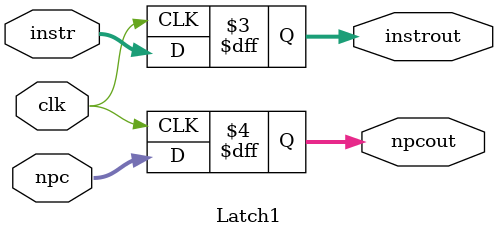
<source format=v>
`timescale 1ns / 1ps


module Latch1(
    input wire clk,
    output reg [31:0] instrout,
        npcout,
    input wire [31:0] instr,
                        npc
    );
    initial begin
        instrout <= 0;
        npcout <= 0;
    end
    
    always @(posedge clk) begin
        instrout <= instr;
        npcout <= npc;
    end
endmodule

</source>
